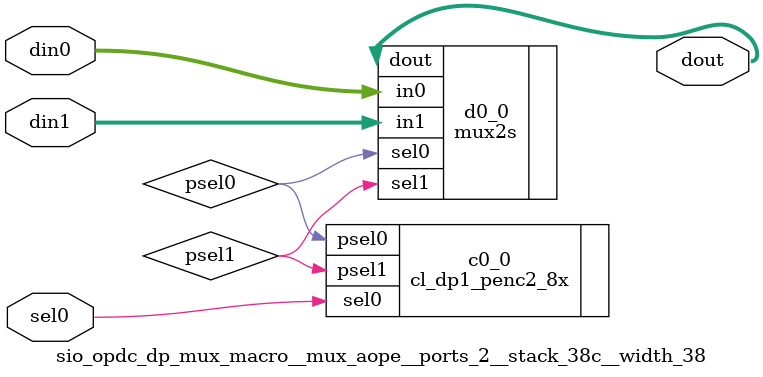
<source format=v>
module sio_opdc_dp (
  l2clk, 
  old0_opd_data, 
  old1_opd_data, 
  old2_opd_data, 
  old3_opd_data, 
  old4_opd_data, 
  old5_opd_data, 
  old6_opd_data, 
  old7_opd_data, 
  opcc_opdc_gnt0_opc0, 
  opcc_opdc_gnt2_opc0, 
  opcc_opdc_gnt4_opc0, 
  opcc_opdc_gnt6_opc0, 
  opcc_opdc_gnt01_opc1, 
  opcc_opdc_gnt45_opc1, 
  opcc_opdc_gnt0123_opc1, 
  olddq0_dout, 
  olddq1_dout, 
  olddq2_dout, 
  olddq3_dout, 
  olddq4_dout, 
  olddq5_dout, 
  olddq6_dout, 
  olddq7_dout, 
  sio_mb0_sel_l1, 
  sio_mb0_sel_l2, 
  opdc_bank_data_opc1, 
  read_data_top, 
  read_data_bot, 
  sio_mb1_run, 
  sio_mb1_wdata, 
  opdc_mb1bank_data_opc1, 
  opdc_mb1bank_parity_opc1, 
  sio_mb1_addr, 
  opcc_opddq00_wr_en, 
  opcc_opddq01_wr_en, 
  opcc_opddq10_wr_en, 
  opcc_opddq11_wr_en, 
  opcc_opdhq0_wr_en, 
  opcc_opdhq1_wr_en, 
  sio_mb1_opddq00_wr_en, 
  sio_mb1_opddq01_wr_en, 
  sio_mb1_opdhq0_wr_en, 
  sio_mb1_opddq10_wr_en, 
  sio_mb1_opddq11_wr_en, 
  sio_mb1_opdhq1_wr_en, 
  opdc_opddq00_wr_en, 
  opdc_opddq01_wr_en, 
  opdc_opdhq0_wr_en, 
  opdc_opddq10_wr_en, 
  opdc_opddq11_wr_en, 
  opdc_opdhq1_wr_en, 
  opcc_opddq00_wr_addr, 
  opcc_opddq01_wr_addr, 
  opcc_opdhq0_wr_addr, 
  opcc_opddq10_wr_addr, 
  opcc_opddq11_wr_addr, 
  opcc_opdhq1_wr_addr, 
  opdc_opddq00_wr_addr, 
  opdc_opddq01_wr_addr, 
  opdc_opdhq0_wr_addr, 
  opdc_opddq10_wr_addr, 
  opdc_opddq11_wr_addr, 
  opdc_opdhq1_wr_addr, 
  tcu_muxtest, 
  tcu_dectest, 
  tcu_scan_en, 
  scan_in, 
  tcu_aclk, 
  tcu_bclk, 
  tcu_pce_ov, 
  tcu_clk_stop, 
  scan_out);
wire muxtst;
wire test;
wire se;
wire siclk;
wire soclk;
wire pce_ov;
wire stop;
wire [63:0] bank_data_opc1;
wire [65:0] bank01_data_opc0;
wire [65:0] bank23_data_opc0;
wire [65:0] bank67_data_opc0;
wire [67:0] mb0_read_data_01;
wire [67:0] mb0_read_data_23;
wire [67:0] mb0_read_data_45;
wire [67:0] mb0_read_data_67;
wire [67:0] mb0_read_data_0145;
wire dff_mbist0145_data_h_scanin;
wire dff_mbist0145_data_h_scanout;
wire dff_mbist0145_data_l_scanin;
wire dff_mbist0145_data_l_scanout;
wire [67:0] mb0_read_data_2367;
wire dff_mbist2367_data_h_scanin;
wire dff_mbist2367_data_h_scanout;
wire dff_mbist2367_data_l_scanin;
wire dff_mbist2367_data_l_scanout;
wire dff_bank01_data_opc1_h_scanin;
wire dff_bank01_data_opc1_h_scanout;
wire [65:0] bank01_data_opc1;
wire dff_bank01_data_opc1_l_scanin;
wire dff_bank01_data_opc1_l_scanout;
wire dff_bank23_data_opc1_h_scanin;
wire dff_bank23_data_opc1_h_scanout;
wire [65:0] bank23_data_opc1;
wire dff_bank23_data_opc1_l_scanin;
wire dff_bank23_data_opc1_l_scanout;
wire dff_bank45_data_opc1_h_scanin;
wire dff_bank45_data_opc1_h_scanout;
wire [65:0] bank45_data_opc1;
wire dff_bank45_data_opc1_l_scanin;
wire dff_bank45_data_opc1_l_scanout;
wire dff_bank67_data_opc1_h_scanin;
wire dff_bank67_data_opc1_h_scanout;
wire [65:0] bank67_data_opc1;
wire dff_bank67_data_opc1_l_scanin;
wire dff_bank67_data_opc1_l_scanout;
wire [63:0] bank01_data_opc1_rw;
wire [63:0] bank23_data_opc1_rw;
wire [63:0] bank45_data_opc1_rw;
wire [63:0] bank67_data_opc1_rw;
wire [3:0] bank01_parity_opc1_pre;
wire [3:0] bank23_parity_opc1_pre;
wire [3:0] bank45_parity_opc1_pre;
wire [3:0] bank67_parity_opc1_pre;
wire [3:0] bank01_parity_opc1;
wire [3:0] bank23_parity_opc1;
wire [3:0] bank45_parity_opc1;
wire [3:0] bank67_parity_opc1;
wire [7:0] bank_parity_opc1;
wire [63:0] bankleft_data_opc1;
wire [63:0] bankright_data_opc1;
wire [3:0] sel_bank_parity;
wire not_opcc_opdc_gnt01_opc1;
wire not_opcc_opdc_gnt45_opc1;
wire not_opcc_opdc_gnt0123_opc1;


   input          l2clk;
   input  [64:0]  old0_opd_data;		//[66] [64] = ue , [63:0] = data
   input  [64:0]  old1_opd_data;
   input  [64:0]  old2_opd_data;
   input  [64:0]  old3_opd_data;
   input  [64:0]  old4_opd_data;
   input  [64:0]  old5_opd_data;
   input  [64:0]  old6_opd_data;
   input  [64:0]  old7_opd_data;
   input          opcc_opdc_gnt0_opc0;
   input          opcc_opdc_gnt2_opc0;
   input          opcc_opdc_gnt4_opc0;
   input          opcc_opdc_gnt6_opc0;
   input          opcc_opdc_gnt01_opc1;
   input          opcc_opdc_gnt45_opc1;
   input          opcc_opdc_gnt0123_opc1;
   
   input  [67:0]  olddq0_dout;
   input  [67:0]  olddq1_dout;
   input  [67:0]  olddq2_dout;
   input  [67:0]  olddq3_dout;
   input  [67:0]  olddq4_dout;
   input  [67:0]  olddq5_dout;
   input  [67:0]  olddq6_dout;
   input  [67:0]  olddq7_dout;
   input	  sio_mb0_sel_l1;
   input	  sio_mb0_sel_l2;

   output [63:0]  opdc_bank_data_opc1;
   output [67:0]  read_data_top;
   output [67:0]  read_data_bot;
//   output [7:0]   opdc_bank_parity_opc1;


   // for mb1
   // 2:1 mux between {opdc_bank_data_opc1[63:0], opdc_bank_parity_opc1[7:0]} and {9{sio_mb1_wdata[7:0]}}
   input 	  sio_mb1_run;
   input [7:0] 	  sio_mb1_wdata;

   output [63:0]  opdc_mb1bank_data_opc1;
   output [7:0]   opdc_mb1bank_parity_opc1;

   // for mb1 - mux between the wr_en, wr_addr
   input  [5:0]	      sio_mb1_addr;
   input 	      opcc_opddq00_wr_en;
   input 	      opcc_opddq01_wr_en;
   input 	      opcc_opddq10_wr_en;
   input 	      opcc_opddq11_wr_en;
   input 	      opcc_opdhq0_wr_en;
   input 	      opcc_opdhq1_wr_en;
   input 	      sio_mb1_opddq00_wr_en;
   input 	      sio_mb1_opddq01_wr_en;
   input 	      sio_mb1_opdhq0_wr_en;
   input 	      sio_mb1_opddq10_wr_en;
   input 	      sio_mb1_opddq11_wr_en;
   input 	      sio_mb1_opdhq1_wr_en;
   output 	      opdc_opddq00_wr_en;
   output 	      opdc_opddq01_wr_en;
   output 	      opdc_opdhq0_wr_en;   
   output 	      opdc_opddq10_wr_en;
   output 	      opdc_opddq11_wr_en;
   output 	      opdc_opdhq1_wr_en;   

   input  [5:0]	      opcc_opddq00_wr_addr;
   input  [5:0]	      opcc_opddq01_wr_addr;
   input  [3:0]	      opcc_opdhq0_wr_addr;
   input  [5:0]	      opcc_opddq10_wr_addr;
   input  [5:0]	      opcc_opddq11_wr_addr;
   input  [3:0]	      opcc_opdhq1_wr_addr;

   output [5:0]	      opdc_opddq00_wr_addr;
   output [5:0]	      opdc_opddq01_wr_addr;
   output [3:0]	      opdc_opdhq0_wr_addr;   
   output [5:0]	      opdc_opddq10_wr_addr;
   output [5:0]	      opdc_opddq11_wr_addr;
   output [3:0]	      opdc_opdhq1_wr_addr;   
   

   input 	  tcu_muxtest;
   input 	  tcu_dectest;
   input 	  tcu_scan_en;
   
   input 	scan_in;
   input 	tcu_aclk;
   input 	tcu_bclk; 
   input 	tcu_pce_ov;
   input 	tcu_clk_stop;
   output 	scan_out;

   ///////////////////////////////////////
   // Scan chain connections            
   ///////////////////////////////////////
   // scan renames
   assign 	  muxtst = tcu_muxtest;
   assign 	  test   = tcu_dectest;
   assign 	  se     = tcu_scan_en;

assign siclk = tcu_aclk;
assign soclk = tcu_bclk;
assign pce_ov = tcu_pce_ov;
assign stop = tcu_clk_stop;
   // end scan

	
   assign opdc_bank_data_opc1[63:0]   = bank_data_opc1[63:0];
//   assign opdc_bank_parity_opc1[7:0]  = bank_parity_opc1[7:0];


 wire [10:0] bank01_data_opc0_buf;
 wire [65:0] bank01_data_opc0_pre;
 wire  bank01_unused;
 wire  bank45_unused;
 wire [65:0] bank45_data_opc0_pre;
 wire [65:0] bank45_data_opc0;
 wire [16:0] bank45_data_opc0_buf;
 wire [17:0] bank67_data_opc0_buf;


   // level 1 -- opc0 stage

   sio_opdc_dp_mux_macro__mux_pgpe__ports_2__stack_66c__width_66  mx21_bank01_data     (
	.dout (bank01_data_opc0_pre[65:0]),
	.din0 ({1'b0, old0_opd_data[64:0]}),
	.din1 ({1'b0, old1_opd_data[64:0]}),
	.sel0 (opcc_opdc_gnt0_opc0)
	);

   sio_opdc_dp_buff_macro__minbuff_1__stack_2l__width_2  buf_mx21_bank01_data  (
                        .din ({bank01_data_opc0_pre[50], bank01_data_opc0_pre[48]}),
                        .dout ({bank01_data_opc0_buf[1:0]})
                        );

   assign bank01_data_opc0 = {bank01_data_opc0_pre[65:51],bank01_data_opc0_buf[1],bank01_data_opc0_pre[49],bank01_data_opc0_buf[0],bank01_data_opc0_pre[47:0]};

   sio_opdc_dp_mux_macro__mux_pgpe__ports_2__stack_66c__width_66  mx21_bank23_data     (
	.dout (bank23_data_opc0[65:0]),
	.din0 ({1'b0, old2_opd_data[64:0]}),
	.din1 ({1'b0, old3_opd_data[64:0]}),
	.sel0 (opcc_opdc_gnt2_opc0)
	);
								 
   sio_opdc_dp_mux_macro__mux_pgpe__ports_2__stack_66c__width_66  mx21_bank45_data     (
	.dout (bank45_data_opc0_pre[65:0]),
	.din0 ({1'b0, old4_opd_data[64:0]}),
	.din1 ({1'b0, old5_opd_data[64:0]}),
	.sel0 (opcc_opdc_gnt4_opc0)
	);

   sio_opdc_dp_buff_macro__minbuff_1__stack_12l__width_12  buf_mx21_bank45_data  (
     .din ({1'b0,bank45_data_opc0_pre[52],bank45_data_opc0_pre[48:46],bank45_data_opc0_pre[44:42],bank45_data_opc0_pre[39],bank45_data_opc0_pre[36],bank45_data_opc0_pre[33:32]}),
     .dout ({bank45_unused,bank45_data_opc0_buf[10:0]})
                        );
 
   assign bank45_data_opc0 = {bank45_data_opc0_pre[65:53],bank45_data_opc0_buf[10],bank45_data_opc0_pre[51:49],bank45_data_opc0_buf[9:7],bank45_data_opc0_pre[45],bank45_data_opc0_buf[6:4],bank45_data_opc0_pre[41:40],bank45_data_opc0_buf[3],bank45_data_opc0_pre[38:37],bank45_data_opc0_buf[2],bank45_data_opc0_pre[35:34],bank45_data_opc0_buf[1:0],bank45_data_opc0_pre[31:0]};
   
   sio_opdc_dp_mux_macro__mux_pgpe__ports_2__stack_66c__width_66  mx21_bank67_data     (
	.dout (bank67_data_opc0[65:0]),
	.din0 ({1'b0, old6_opd_data[64:0]}),
	.din1 ({1'b0, old7_opd_data[64:0]}),
	.sel0 (opcc_opdc_gnt6_opc0)
	);

   //-------------------------------
   // 		mbist muxes
   //-------------------------------
// Level one muxes
   sio_opdc_dp_mux_macro__dmux_16x__mux_pgpe__ports_2__stack_68c__width_68  mx21_mbist01_data      (
	.dout (mb0_read_data_01[67:0]),
	.din0 (olddq0_dout[67:0]),
	.din1 (olddq1_dout[67:0]),
	.sel0 (sio_mb0_sel_l1)
	);
								 
   sio_opdc_dp_mux_macro__dmux_16x__mux_pgpe__ports_2__stack_68c__width_68  mx21_mbist23_data      (
	.dout (mb0_read_data_23[67:0]),
	.din0 (olddq2_dout[67:0]),
	.din1 (olddq3_dout[67:0]),
	.sel0 (sio_mb0_sel_l1)
	);
								 
   sio_opdc_dp_mux_macro__dmux_16x__mux_pgpe__ports_2__stack_68c__width_68  mx21_mbist45_data      (
	.dout (mb0_read_data_45[67:0]),
	.din0 (olddq4_dout[67:0]),
	.din1 (olddq5_dout[67:0]),
	.sel0 (sio_mb0_sel_l1)
	);
								 
   sio_opdc_dp_mux_macro__dmux_16x__mux_pgpe__ports_2__stack_68c__width_68  mx21_mbist67_data      (
	.dout (mb0_read_data_67[67:0]),
	.din0 (olddq6_dout[67:0]),
	.din1 (olddq7_dout[67:0]),
	.sel0 (sio_mb0_sel_l1)
	);
								 
// Level 2
   sio_opdc_dp_mux_macro__dmux_16x__mux_pgpe__ports_2__stack_68c__width_68  mx21_mbist0145_data      (
	.dout (mb0_read_data_0145[67:0]),
	.din0 (mb0_read_data_01[67:0]),
	.din1 (mb0_read_data_45[67:0]),
	.sel0 (sio_mb0_sel_l2)
	);
								 
   sio_opdc_dp_msff_macro__stack_34l__width_34 dff_mbist0145_data_h   (
	.scan_in(dff_mbist0145_data_h_scanin),
	.scan_out(dff_mbist0145_data_h_scanout),
	.clk  (l2clk),
	.din  (mb0_read_data_0145[67:34]),
	.dout (read_data_top[67:34]),
	.en   (1'b1),
  .se(se),
  .siclk(siclk),
  .soclk(soclk),
  .pce_ov(pce_ov),
  .stop(stop)
	);
   
   sio_opdc_dp_msff_macro__stack_34l__width_34 dff_mbist0145_data_l   (
	.scan_in(dff_mbist0145_data_l_scanin),
	.scan_out(dff_mbist0145_data_l_scanout),
	.clk  (l2clk),
	.din  (mb0_read_data_0145[33:0]),
	.dout (read_data_top[33:0]),
	.en   (1'b1),
  .se(se),
  .siclk(siclk),
  .soclk(soclk),
  .pce_ov(pce_ov),
  .stop(stop)
	);
   
   sio_opdc_dp_mux_macro__dmux_16x__mux_pgpe__ports_2__stack_68c__width_68  mx21_mbist2367_data      (
	.dout (mb0_read_data_2367[67:0]),
	.din0 (mb0_read_data_23[67:0]),
	.din1 (mb0_read_data_67[67:0]),
	.sel0 (sio_mb0_sel_l2)
	);

   sio_opdc_dp_msff_macro__stack_34l__width_34 dff_mbist2367_data_h   (
	.scan_in(dff_mbist2367_data_h_scanin),
	.scan_out(dff_mbist2367_data_h_scanout),
	.clk  (l2clk),
	.din  (mb0_read_data_2367[67:34]),
	.dout (read_data_bot[67:34]),
	.en   (1'b1),
  .se(se),
  .siclk(siclk),
  .soclk(soclk),
  .pce_ov(pce_ov),
  .stop(stop)
	);
   
   sio_opdc_dp_msff_macro__stack_34l__width_34 dff_mbist2367_data_l   (
	.scan_in(dff_mbist2367_data_l_scanin),
	.scan_out(dff_mbist2367_data_l_scanout),
	.clk  (l2clk),
	.din  (mb0_read_data_2367[33:0]),
	.dout (read_data_bot[33:0]),
	.en   (1'b1),
  .se(se),
  .siclk(siclk),
  .soclk(soclk),
  .pce_ov(pce_ov),
  .stop(stop)
	);
   
   // DFF
   sio_opdc_dp_buff_macro__minbuff_1__stack_10l__width_10  buf_bank01_data_opc1_h0  (
     .din ({1'b0,bank01_data_opc0[58],bank01_data_opc0[54],bank01_data_opc0[52:51],bank01_data_opc0[47:46],bank01_data_opc0[38],bank01_data_opc0[36],bank01_data_opc0[32]}),
     .dout ({bank01_unused,bank01_data_opc0_buf[10:2]})
                        );
   sio_opdc_dp_msff_macro__stack_34l__width_34 dff_bank01_data_opc1_h   (
	.scan_in(dff_bank01_data_opc1_h_scanin),
	.scan_out(dff_bank01_data_opc1_h_scanout),
	.clk  (l2clk),
	.din  ({bank01_data_opc0[65:59],bank01_data_opc0_buf[10],bank01_data_opc0[57:55],bank01_data_opc0_buf[9],bank01_data_opc0[53],bank01_data_opc0_buf[8:7],bank01_data_opc0[50:48],bank01_data_opc0_buf[6:5],bank01_data_opc0[45:39],bank01_data_opc0_buf[4],bank01_data_opc0[37],bank01_data_opc0_buf[3],bank01_data_opc0[35:33],bank01_data_opc0_buf[2]}),
	.dout (bank01_data_opc1[65:32]),
	.en   (1'b1),
  .se(se),
  .siclk(siclk),
  .soclk(soclk),
  .pce_ov(pce_ov),
  .stop(stop)
	);
   
   sio_opdc_dp_msff_macro__stack_32l__width_32 dff_bank01_data_opc1_l   (
	.scan_in(dff_bank01_data_opc1_l_scanin),
	.scan_out(dff_bank01_data_opc1_l_scanout),
	.clk  (l2clk),
	.din  (bank01_data_opc0[31:0]),
	.dout (bank01_data_opc1[31:0]),
	.en   (1'b1),
  .se(se),
  .siclk(siclk),
  .soclk(soclk),
  .pce_ov(pce_ov),
  .stop(stop)
	);
   
   sio_opdc_dp_msff_macro__stack_34l__width_34 dff_bank23_data_opc1_h   (
	.scan_in(dff_bank23_data_opc1_h_scanin),
	.scan_out(dff_bank23_data_opc1_h_scanout),
	.clk  (l2clk),
	.din  (bank23_data_opc0[65:32]),
	.dout (bank23_data_opc1[65:32]),
	.en   (1'b1),
  .se(se),
  .siclk(siclk),
  .soclk(soclk),
  .pce_ov(pce_ov),
  .stop(stop)
	);
   
   sio_opdc_dp_msff_macro__stack_32l__width_32 dff_bank23_data_opc1_l   (
	.scan_in(dff_bank23_data_opc1_l_scanin),
	.scan_out(dff_bank23_data_opc1_l_scanout),
	.clk  (l2clk),
	.din  (bank23_data_opc0[31:0]),
	.dout (bank23_data_opc1[31:0]),
	.en   (1'b1),
  .se(se),
  .siclk(siclk),
  .soclk(soclk),
  .pce_ov(pce_ov),
  .stop(stop)
	);

   sio_opdc_dp_buff_macro__minbuff_1__stack_6l__width_6  buf_bank45_data_opc1_h  (
     .din ({bank45_data_opc0[61],bank45_data_opc0[59],bank45_data_opc0[55],bank45_data_opc0[51],bank45_data_opc0[38],bank45_data_opc0[34]}),
     .dout ({bank45_data_opc0_buf[16:11]})
                        );

   sio_opdc_dp_msff_macro__stack_34l__width_34 dff_bank45_data_opc1_h   (
	.scan_in(dff_bank45_data_opc1_h_scanin),
	.scan_out(dff_bank45_data_opc1_h_scanout),
	.clk  (l2clk),
	.din  ({bank45_data_opc0[65:62],bank45_data_opc0_buf[16],bank45_data_opc0[60],bank45_data_opc0_buf[15],bank45_data_opc0[58:56],bank45_data_opc0_buf[14],bank45_data_opc0[54:52],bank45_data_opc0_buf[13],bank45_data_opc0[50:39],bank45_data_opc0_buf[12],bank45_data_opc0[37:35],bank45_data_opc0_buf[11],bank45_data_opc0[33:32]}),
	.dout (bank45_data_opc1[65:32]),
	.en   (1'b1),
  .se(se),
  .siclk(siclk),
  .soclk(soclk),
  .pce_ov(pce_ov),
  .stop(stop)
	);
   
   sio_opdc_dp_msff_macro__stack_32l__width_32 dff_bank45_data_opc1_l   (
	.scan_in(dff_bank45_data_opc1_l_scanin),
	.scan_out(dff_bank45_data_opc1_l_scanout),
	.clk  (l2clk),
	.din  (bank45_data_opc0[31:0]),
	.dout (bank45_data_opc1[31:0]),
	.en   (1'b1),
  .se(se),
  .siclk(siclk),
  .soclk(soclk),
  .pce_ov(pce_ov),
  .stop(stop)
	);
   
   sio_opdc_dp_buff_macro__minbuff_1__stack_18l__width_18  buf_bank67_data_opc1_h  (
     .din ({bank67_data_opc0[56:55],bank67_data_opc0[52:50],bank67_data_opc0[48],bank67_data_opc0[46],bank67_data_opc0[43:38],bank67_data_opc0[36:32]}),
     .dout ({bank67_data_opc0_buf[17:0]})
                        );

   sio_opdc_dp_msff_macro__stack_34l__width_34 dff_bank67_data_opc1_h   (
	.scan_in(dff_bank67_data_opc1_h_scanin),
	.scan_out(dff_bank67_data_opc1_h_scanout),
	.clk  (l2clk),
	.din  ({bank67_data_opc0[65:57],bank67_data_opc0_buf[17:16],bank67_data_opc0[54:53],bank67_data_opc0_buf[15:13],bank67_data_opc0[49],bank67_data_opc0_buf[12],bank67_data_opc0[47],bank67_data_opc0_buf[11],bank67_data_opc0[45:44],bank67_data_opc0_buf[10:5],bank67_data_opc0[37],bank67_data_opc0_buf[4:0]}),
	.dout (bank67_data_opc1[65:32]),
	.en   (1'b1),
  .se(se),
  .siclk(siclk),
  .soclk(soclk),
  .pce_ov(pce_ov),
  .stop(stop)
	);
   
   sio_opdc_dp_msff_macro__stack_32l__width_32 dff_bank67_data_opc1_l   (
	.scan_in(dff_bank67_data_opc1_l_scanin),
	.scan_out(dff_bank67_data_opc1_l_scanout),
	.clk  (l2clk),
	.din  (bank67_data_opc0[31:0]),
	.dout (bank67_data_opc1[31:0]),
	.en   (1'b1),
  .se(se),
  .siclk(siclk),
  .soclk(soclk),
  .pce_ov(pce_ov),
  .stop(stop)
	);
   
// rewired data from flop output above
// INTERLEAVED PARITY CODE
//
// pgenx

   assign bank01_data_opc1_rw[63:0] = {
                                         bank01_data_opc1[63], bank01_data_opc1[61], bank01_data_opc1[59], bank01_data_opc1[57],
                                         bank01_data_opc1[55], bank01_data_opc1[53], bank01_data_opc1[51], bank01_data_opc1[49],
                                         bank01_data_opc1[47], bank01_data_opc1[45], bank01_data_opc1[43], bank01_data_opc1[41],
                                         bank01_data_opc1[39], bank01_data_opc1[37], bank01_data_opc1[35], bank01_data_opc1[33],

                                         bank01_data_opc1[62], bank01_data_opc1[60], bank01_data_opc1[58], bank01_data_opc1[56],
                                         bank01_data_opc1[54], bank01_data_opc1[52], bank01_data_opc1[50], bank01_data_opc1[48],
                                         bank01_data_opc1[46], bank01_data_opc1[44], bank01_data_opc1[42], bank01_data_opc1[40],
                                         bank01_data_opc1[38], bank01_data_opc1[36], bank01_data_opc1[34], bank01_data_opc1[32],

                                         bank01_data_opc1[31], bank01_data_opc1[29], bank01_data_opc1[27], bank01_data_opc1[25],
                                         bank01_data_opc1[23], bank01_data_opc1[21], bank01_data_opc1[19], bank01_data_opc1[17],
                                         bank01_data_opc1[15], bank01_data_opc1[13], bank01_data_opc1[11], bank01_data_opc1[ 9],
                                         bank01_data_opc1[ 7], bank01_data_opc1[ 5], bank01_data_opc1[ 3], bank01_data_opc1[ 1],

                                         bank01_data_opc1[30], bank01_data_opc1[28], bank01_data_opc1[26], bank01_data_opc1[24],
                                         bank01_data_opc1[22], bank01_data_opc1[20], bank01_data_opc1[18], bank01_data_opc1[16],
                                         bank01_data_opc1[14], bank01_data_opc1[12], bank01_data_opc1[10], bank01_data_opc1[ 8],
                                         bank01_data_opc1[ 6], bank01_data_opc1[ 4], bank01_data_opc1[ 2], bank01_data_opc1[ 0]
                                         };

   assign bank23_data_opc1_rw[63:0] = {
                                         bank23_data_opc1[63], bank23_data_opc1[61], bank23_data_opc1[59], bank23_data_opc1[57],
                                         bank23_data_opc1[55], bank23_data_opc1[53], bank23_data_opc1[51], bank23_data_opc1[49],
                                         bank23_data_opc1[47], bank23_data_opc1[45], bank23_data_opc1[43], bank23_data_opc1[41],
                                         bank23_data_opc1[39], bank23_data_opc1[37], bank23_data_opc1[35], bank23_data_opc1[33],

                                         bank23_data_opc1[62], bank23_data_opc1[60], bank23_data_opc1[58], bank23_data_opc1[56],
                                         bank23_data_opc1[54], bank23_data_opc1[52], bank23_data_opc1[50], bank23_data_opc1[48],
                                         bank23_data_opc1[46], bank23_data_opc1[44], bank23_data_opc1[42], bank23_data_opc1[40],
                                         bank23_data_opc1[38], bank23_data_opc1[36], bank23_data_opc1[34], bank23_data_opc1[32],

                                         bank23_data_opc1[31], bank23_data_opc1[29], bank23_data_opc1[27], bank23_data_opc1[25],
                                         bank23_data_opc1[23], bank23_data_opc1[21], bank23_data_opc1[19], bank23_data_opc1[17],
                                         bank23_data_opc1[15], bank23_data_opc1[13], bank23_data_opc1[11], bank23_data_opc1[ 9],
                                         bank23_data_opc1[ 7], bank23_data_opc1[ 5], bank23_data_opc1[ 3], bank23_data_opc1[ 1],

                                         bank23_data_opc1[30], bank23_data_opc1[28], bank23_data_opc1[26], bank23_data_opc1[24],
                                         bank23_data_opc1[22], bank23_data_opc1[20], bank23_data_opc1[18], bank23_data_opc1[16],
                                         bank23_data_opc1[14], bank23_data_opc1[12], bank23_data_opc1[10], bank23_data_opc1[ 8],
                                         bank23_data_opc1[ 6], bank23_data_opc1[ 4], bank23_data_opc1[ 2], bank23_data_opc1[ 0]
                                         };

   assign bank45_data_opc1_rw[63:0] = {
                                         bank45_data_opc1[63], bank45_data_opc1[61], bank45_data_opc1[59], bank45_data_opc1[57],
                                         bank45_data_opc1[55], bank45_data_opc1[53], bank45_data_opc1[51], bank45_data_opc1[49],
                                         bank45_data_opc1[47], bank45_data_opc1[45], bank45_data_opc1[43], bank45_data_opc1[41],
                                         bank45_data_opc1[39], bank45_data_opc1[37], bank45_data_opc1[35], bank45_data_opc1[33],

                                         bank45_data_opc1[62], bank45_data_opc1[60], bank45_data_opc1[58], bank45_data_opc1[56],
                                         bank45_data_opc1[54], bank45_data_opc1[52], bank45_data_opc1[50], bank45_data_opc1[48],
                                         bank45_data_opc1[46], bank45_data_opc1[44], bank45_data_opc1[42], bank45_data_opc1[40],
                                         bank45_data_opc1[38], bank45_data_opc1[36], bank45_data_opc1[34], bank45_data_opc1[32],

                                         bank45_data_opc1[31], bank45_data_opc1[29], bank45_data_opc1[27], bank45_data_opc1[25],
                                         bank45_data_opc1[23], bank45_data_opc1[21], bank45_data_opc1[19], bank45_data_opc1[17],
                                         bank45_data_opc1[15], bank45_data_opc1[13], bank45_data_opc1[11], bank45_data_opc1[ 9],
                                         bank45_data_opc1[ 7], bank45_data_opc1[ 5], bank45_data_opc1[ 3], bank45_data_opc1[ 1],

                                         bank45_data_opc1[30], bank45_data_opc1[28], bank45_data_opc1[26], bank45_data_opc1[24],
                                         bank45_data_opc1[22], bank45_data_opc1[20], bank45_data_opc1[18], bank45_data_opc1[16],
                                         bank45_data_opc1[14], bank45_data_opc1[12], bank45_data_opc1[10], bank45_data_opc1[ 8],
                                         bank45_data_opc1[ 6], bank45_data_opc1[ 4], bank45_data_opc1[ 2], bank45_data_opc1[ 0]
                                         };

   assign bank67_data_opc1_rw[63:0] = {
                                         bank67_data_opc1[63], bank67_data_opc1[61], bank67_data_opc1[59], bank67_data_opc1[57],
                                         bank67_data_opc1[55], bank67_data_opc1[53], bank67_data_opc1[51], bank67_data_opc1[49],
                                         bank67_data_opc1[47], bank67_data_opc1[45], bank67_data_opc1[43], bank67_data_opc1[41],
                                         bank67_data_opc1[39], bank67_data_opc1[37], bank67_data_opc1[35], bank67_data_opc1[33],

                                         bank67_data_opc1[62], bank67_data_opc1[60], bank67_data_opc1[58], bank67_data_opc1[56],
                                         bank67_data_opc1[54], bank67_data_opc1[52], bank67_data_opc1[50], bank67_data_opc1[48],
                                         bank67_data_opc1[46], bank67_data_opc1[44], bank67_data_opc1[42], bank67_data_opc1[40],
                                         bank67_data_opc1[38], bank67_data_opc1[36], bank67_data_opc1[34], bank67_data_opc1[32],

                                         bank67_data_opc1[31], bank67_data_opc1[29], bank67_data_opc1[27], bank67_data_opc1[25],
                                         bank67_data_opc1[23], bank67_data_opc1[21], bank67_data_opc1[19], bank67_data_opc1[17],
                                         bank67_data_opc1[15], bank67_data_opc1[13], bank67_data_opc1[11], bank67_data_opc1[ 9],
                                         bank67_data_opc1[ 7], bank67_data_opc1[ 5], bank67_data_opc1[ 3], bank67_data_opc1[ 1],

                                         bank67_data_opc1[30], bank67_data_opc1[28], bank67_data_opc1[26], bank67_data_opc1[24],
                                         bank67_data_opc1[22], bank67_data_opc1[20], bank67_data_opc1[18], bank67_data_opc1[16],
                                         bank67_data_opc1[14], bank67_data_opc1[12], bank67_data_opc1[10], bank67_data_opc1[ 8],
                                         bank67_data_opc1[ 6], bank67_data_opc1[ 4], bank67_data_opc1[ 2], bank67_data_opc1[ 0]
                                         };
   // level 2 -- opc1 stage


   //bank01 parity
   sio_opdc_dp_prty_macro__width_16 prty_bank01_parity3  (
	.din  (bank01_data_opc1_rw[63:48]),
	.dout (bank01_parity_opc1_pre[3])
        );
					     
   sio_opdc_dp_prty_macro__width_16 prty_bank01_parity2  (
	.din  (bank01_data_opc1_rw[47:32]),
	.dout (bank01_parity_opc1_pre[2])
        );
					     
   sio_opdc_dp_prty_macro__width_16 prty_bank01_parity1  (
	.din  (bank01_data_opc1_rw[31:16]),
	.dout (bank01_parity_opc1_pre[1])
        );
					     
   sio_opdc_dp_prty_macro__width_16 prty_bank01_parity0  (
	.din  (bank01_data_opc1_rw[15:0]),
	.dout (bank01_parity_opc1_pre[0])
        );
					     
   //bank23 parity
   sio_opdc_dp_prty_macro__width_16 prty_bank23_parity3  (
	.din  (bank23_data_opc1_rw[63:48]),
	.dout (bank23_parity_opc1_pre[3])
        );
					     
   sio_opdc_dp_prty_macro__width_16 prty_bank23_parity2  (
	.din  (bank23_data_opc1_rw[47:32]),
	.dout (bank23_parity_opc1_pre[2])
        );
					     
   sio_opdc_dp_prty_macro__width_16 prty_bank23_parity1  (
	.din  (bank23_data_opc1_rw[31:16]),
	.dout (bank23_parity_opc1_pre[1])
        );
					     
   sio_opdc_dp_prty_macro__width_16 prty_bank23_parity0  (
	.din  (bank23_data_opc1_rw[15:0]),
	.dout (bank23_parity_opc1_pre[0])
        );
					     
   //bank45 parity
   sio_opdc_dp_prty_macro__width_16 prty_bank45_parity3  (
	.din  (bank45_data_opc1_rw[63:48]),
	.dout (bank45_parity_opc1_pre[3])
        );
					     
   sio_opdc_dp_prty_macro__width_16 prty_bank45_parity2  (
	.din  (bank45_data_opc1_rw[47:32]),
	.dout (bank45_parity_opc1_pre[2])
        );
					     
   sio_opdc_dp_prty_macro__width_16 prty_bank45_parity1  (
	.din  (bank45_data_opc1_rw[31:16]),
	.dout (bank45_parity_opc1_pre[1])
        );
					     
   sio_opdc_dp_prty_macro__width_16 prty_bank45_parity0  (
	.din  (bank45_data_opc1_rw[15:0]),
	.dout (bank45_parity_opc1_pre[0])
        );
					     
   //bank67 parity
   sio_opdc_dp_prty_macro__width_16 prty_bank67_parity3  (
	.din  (bank67_data_opc1_rw[63:48]),
	.dout (bank67_parity_opc1_pre[3])
        );
					     
   sio_opdc_dp_prty_macro__width_16 prty_bank67_parity2  (
	.din  (bank67_data_opc1_rw[47:32]),
	.dout (bank67_parity_opc1_pre[2])
        );
					     
   sio_opdc_dp_prty_macro__width_16 prty_bank67_parity1  (
	.din  (bank67_data_opc1_rw[31:16]),
	.dout (bank67_parity_opc1_pre[1])
        );
					     
   sio_opdc_dp_prty_macro__width_16 prty_bank67_parity0  (
	.din  (bank67_data_opc1_rw[15:0]),
	.dout (bank67_parity_opc1_pre[0])
        );

//-----------------------------------------------------------------------------------				 
//	Parity bits flip for ue error	
//-----------------------------------------------------------------------------------				 
   sio_opdc_dp_xor_macro__width_4 bank01_parity_ue  (
	.din0 (bank01_parity_opc1_pre[3:0]),
	.din1 ({4{bank01_data_opc1[64]}}),
	.dout (bank01_parity_opc1[3:0])
	);
	
   sio_opdc_dp_xor_macro__width_4 bank23_parity_ue  (
	.din0 (bank23_parity_opc1_pre[3:0]),
	.din1 ({4{bank23_data_opc1[64]}}),
	.dout (bank23_parity_opc1[3:0])
	);
	
   sio_opdc_dp_xor_macro__width_4 bank45_parity_ue  (
	.din0 (bank45_parity_opc1_pre[3:0]),
	.din1 ({4{bank45_data_opc1[64]}}),
	.dout (bank45_parity_opc1[3:0])
	);
	
   sio_opdc_dp_xor_macro__width_4 bank67_parity_ue  (
	.din0 (bank67_parity_opc1_pre[3:0]),
	.din1 ({4{bank67_data_opc1[64]}}),
	.dout (bank67_parity_opc1[3:0])
	);
	
   assign bank_parity_opc1[7:4] = bank_parity_opc1[3:0];

   sio_opdc_dp_mux_macro__mux_pgpe__ports_2__stack_64c__width_64  mx21_bankleft_data     (
	.dout (bankleft_data_opc1[63:0]),
	.din0 (bank01_data_opc1[63:0]),
	.din1 (bank23_data_opc1[63:0]),
	.sel0 (opcc_opdc_gnt01_opc1)
	);
								 
   sio_opdc_dp_mux_macro__mux_pgpe__ports_2__stack_64c__width_64  mx21_bankright_data     (
	.dout (bankright_data_opc1[63:0]),
	.din0 (bank45_data_opc1[63:0]),
	.din1 (bank67_data_opc1[63:0]),
	.sel0 (opcc_opdc_gnt45_opc1)
	);
//-----------------------------------------------------------------------------------				 
//	Timing fix to combine bankright_parity , bankleft_parity and bankparity muxes
//-----------------------------------------------------------------------------------				 
//  mux_macro  mx21_bankleft_parity (width=4, stack=4c, mux=pgpe, ports=2) (
//	.dout (bankleft_parity_opc1[3:0]),
//	.din0 (bank01_parity_opc1[3:0]),
//	.din1 (bank23_parity_opc1[3:0]),
//	.sel0 (opcc_opdc_gnt01_opc1)
//	);
								 
//   mux_macro  mx21_bankright_parity (width=4, stack=4c, mux=pgpe, ports=2) (
//	.dout (bankright_parity_opc1[3:0]),
//	.din0 (bank45_parity_opc1[3:0]),
//	.din1 (bank67_parity_opc1[3:0]),
//	.sel0 (opcc_opdc_gnt45_opc1)
//	);
								 
//   mux_macro  mx21_bank_parity (width=4, stack=4c, mux=pgpe, ports=2) (
//	.dout (bank_parity_opc1[3:0]),
//	.din0 (bankleft_parity_opc1[3:0]),
//	.din1 (bankright_parity_opc1[3:0]),
//	.sel0 (opcc_opdc_gnt0123_opc1)
//	);

   sio_opdc_dp_mux_macro__mux_pgnpe__ports_4__stack_4c__width_4  mx21_bank_parity     (
	.dout (bank_parity_opc1[3:0]),
	.din3 (bank01_parity_opc1[3:0]),
	.din2 (bank23_parity_opc1[3:0]),
	.din1 (bank45_parity_opc1[3:0]),
	.din0 (bank67_parity_opc1[3:0]),
	.sel3 (sel_bank_parity[3]),
	.sel2 (sel_bank_parity[2]),
	.sel1 (sel_bank_parity[1]),
	.sel0 (sel_bank_parity[0]),
  .muxtst(muxtst)
	);

sio_opdc_dp_inv_macro__width_3 inv_sel_bank_parity   
                        (
                        .din ({opcc_opdc_gnt01_opc1, opcc_opdc_gnt45_opc1, opcc_opdc_gnt0123_opc1}),
                        .dout ({not_opcc_opdc_gnt01_opc1, not_opcc_opdc_gnt45_opc1, 
				not_opcc_opdc_gnt0123_opc1})
                        );

sio_opdc_dp_and_macro__left_0__ports_2__stack_4r__width_4 and_left_right_4567     
                        (
                        .din0 ({opcc_opdc_gnt0123_opc1,opcc_opdc_gnt0123_opc1,
				not_opcc_opdc_gnt0123_opc1, not_opcc_opdc_gnt0123_opc1}),
                        .din1 ({opcc_opdc_gnt01_opc1, not_opcc_opdc_gnt01_opc1,
				opcc_opdc_gnt45_opc1, not_opcc_opdc_gnt45_opc1}),
                        .dout (sel_bank_parity[3:0])
                        );




//-----------------------------------------------------------------------------------				 
//	End - Timing fix to combine bankright_parity , bankleft_parity and bankparity muxes
//-----------------------------------------------------------------------------------				 

   // level 3 -- opc1 stage
   sio_opdc_dp_mux_macro__mux_pgpe__ports_2__stack_64c__width_64  mx21_bank_data     (
	.dout (bank_data_opc1[63:0]),
	.din0 (bankleft_data_opc1[63:0]),
	.din1 (bankright_data_opc1[63:0]),
	.sel0 (opcc_opdc_gnt0123_opc1)
	);
								 
   // for mb1 

    sio_opdc_dp_mux_macro__dmux_8x__mux_pgpe__ports_2__stack_72c__width_72  mx21_mb1bank_dataparity      (
       .dout ({opdc_mb1bank_data_opc1[63:0], opdc_mb1bank_parity_opc1[7:0]}),
       .din0 ({9{sio_mb1_wdata[7:0]}}),
       .din1 ({bank_data_opc1[63:0], bank_parity_opc1[7:0]}),
	.sel0 (sio_mb1_run)
	);

   // for mb1 -- 2:1 mux of opcc_x or mb1_x -> opdc_x
   // width = 38 = 2x19 = 2x (3 (wr_ens) + 12 (dqx_wr_addr) + 4 (hq_wr_addr))
   // 
   sio_opdc_dp_mux_macro__mux_aope__ports_2__stack_38c__width_38  mx21_mbist_write_controls     (
	.dout ({opdc_opddq00_wr_addr[5:0], opdc_opddq01_wr_addr[5:0], opdc_opdhq0_wr_addr[3:0],
		opdc_opddq00_wr_en, opdc_opddq01_wr_en, opdc_opdhq0_wr_en, 
		opdc_opddq10_wr_addr[5:0], opdc_opddq11_wr_addr[5:0], opdc_opdhq1_wr_addr[3:0],
		opdc_opddq10_wr_en, opdc_opddq11_wr_en, opdc_opdhq1_wr_en}),

	.din0 ({sio_mb1_addr[5:0], sio_mb1_addr[5:0], sio_mb1_addr[3:0],
		sio_mb1_opddq00_wr_en, sio_mb1_opddq01_wr_en, sio_mb1_opdhq0_wr_en,
		sio_mb1_addr[5:0], sio_mb1_addr[5:0], sio_mb1_addr[3:0],
		sio_mb1_opddq10_wr_en, sio_mb1_opddq11_wr_en, sio_mb1_opdhq1_wr_en}),

	.din1 ({opcc_opddq00_wr_addr[5:0], opcc_opddq01_wr_addr[5:0], opcc_opdhq0_wr_addr[3:0],
		opcc_opddq00_wr_en, opcc_opddq01_wr_en, opcc_opdhq0_wr_en,
		opcc_opddq10_wr_addr[5:0], opcc_opddq11_wr_addr[5:0], opcc_opdhq1_wr_addr[3:0],
		opcc_opddq10_wr_en, opcc_opddq11_wr_en, opcc_opdhq1_wr_en}),
										  
	.sel0 (sio_mb1_run)
	);


// fixscan start:
assign dff_mbist0145_data_h_scanin = scan_in                  ;
assign dff_mbist0145_data_l_scanin = dff_mbist0145_data_h_scanout;
assign dff_mbist2367_data_h_scanin = dff_mbist0145_data_l_scanout;
assign dff_mbist2367_data_l_scanin = dff_mbist2367_data_h_scanout;
assign dff_bank01_data_opc1_h_scanin = dff_mbist2367_data_l_scanout;
assign dff_bank01_data_opc1_l_scanin = dff_bank01_data_opc1_h_scanout;
assign dff_bank23_data_opc1_h_scanin = dff_bank01_data_opc1_l_scanout;
assign dff_bank23_data_opc1_l_scanin = dff_bank23_data_opc1_h_scanout;
assign dff_bank45_data_opc1_h_scanin = dff_bank23_data_opc1_l_scanout;
assign dff_bank45_data_opc1_l_scanin = dff_bank45_data_opc1_h_scanout;
assign dff_bank67_data_opc1_h_scanin = dff_bank45_data_opc1_l_scanout;
assign dff_bank67_data_opc1_l_scanin = dff_bank67_data_opc1_h_scanout;
assign scan_out                  = dff_bank67_data_opc1_l_scanout;
// fixscan end:
endmodule // sio_opdc_dp


// general mux macro for pass-gate and and-or muxes with/wout priority encoders
// also for pass-gate with decoder





// any PARAMS parms go into naming of macro

module sio_opdc_dp_mux_macro__mux_pgpe__ports_2__stack_66c__width_66 (
  din0, 
  din1, 
  sel0, 
  dout);
wire psel0_unused;
wire psel1;

  input [65:0] din0;
  input [65:0] din1;
  input sel0;
  output [65:0] dout;





cl_dp1_penc2_8x  c0_0 (
 .sel0(sel0),
 .psel0(psel0_unused),
 .psel1(psel1)
);

mux2e #(66)  d0_0 (
  .sel(psel1),
  .in0(din0[65:0]),
  .in1(din1[65:0]),
.dout(dout[65:0])
);









  



endmodule


//
//   buff macro
//
//





module sio_opdc_dp_buff_macro__minbuff_1__stack_2l__width_2 (
  din, 
  dout);
  input [1:0] din;
  output [1:0] dout;






buff #(2)  d0_0 (
.in(din[1:0]),
.out(dout[1:0])
);








endmodule





//
//   buff macro
//
//





module sio_opdc_dp_buff_macro__minbuff_1__stack_12l__width_12 (
  din, 
  dout);
  input [11:0] din;
  output [11:0] dout;






buff #(12)  d0_0 (
.in(din[11:0]),
.out(dout[11:0])
);








endmodule





// general mux macro for pass-gate and and-or muxes with/wout priority encoders
// also for pass-gate with decoder





// any PARAMS parms go into naming of macro

module sio_opdc_dp_mux_macro__dmux_16x__mux_pgpe__ports_2__stack_68c__width_68 (
  din0, 
  din1, 
  sel0, 
  dout);
wire psel0_unused;
wire psel1;

  input [67:0] din0;
  input [67:0] din1;
  input sel0;
  output [67:0] dout;





cl_dp1_penc2_8x  c0_0 (
 .sel0(sel0),
 .psel0(psel0_unused),
 .psel1(psel1)
);

mux2e #(68)  d0_0 (
  .sel(psel1),
  .in0(din0[67:0]),
  .in1(din1[67:0]),
.dout(dout[67:0])
);









  



endmodule






// any PARAMS parms go into naming of macro

module sio_opdc_dp_msff_macro__stack_34l__width_34 (
  din, 
  clk, 
  en, 
  se, 
  scan_in, 
  siclk, 
  soclk, 
  pce_ov, 
  stop, 
  dout, 
  scan_out);
wire l1clk;
wire siclk_out;
wire soclk_out;
wire [32:0] so;

  input [33:0] din;


  input clk;
  input en;
  input se;
  input scan_in;
  input siclk;
  input soclk;
  input pce_ov;
  input stop;



  output [33:0] dout;


  output scan_out;




cl_dp1_l1hdr_8x c0_0 (
.l2clk(clk),
.pce(en),
.aclk(siclk),
.bclk(soclk),
.l1clk(l1clk),
  .se(se),
  .pce_ov(pce_ov),
  .stop(stop),
  .siclk_out(siclk_out),
  .soclk_out(soclk_out)
);
dff #(34)  d0_0 (
.l1clk(l1clk),
.siclk(siclk_out),
.soclk(soclk_out),
.d(din[33:0]),
.si({scan_in,so[32:0]}),
.so({so[32:0],scan_out}),
.q(dout[33:0])
);




















endmodule









//
//   buff macro
//
//





module sio_opdc_dp_buff_macro__minbuff_1__stack_10l__width_10 (
  din, 
  dout);
  input [9:0] din;
  output [9:0] dout;






buff #(10)  d0_0 (
.in(din[9:0]),
.out(dout[9:0])
);








endmodule









// any PARAMS parms go into naming of macro

module sio_opdc_dp_msff_macro__stack_32l__width_32 (
  din, 
  clk, 
  en, 
  se, 
  scan_in, 
  siclk, 
  soclk, 
  pce_ov, 
  stop, 
  dout, 
  scan_out);
wire l1clk;
wire siclk_out;
wire soclk_out;
wire [30:0] so;

  input [31:0] din;


  input clk;
  input en;
  input se;
  input scan_in;
  input siclk;
  input soclk;
  input pce_ov;
  input stop;



  output [31:0] dout;


  output scan_out;




cl_dp1_l1hdr_8x c0_0 (
.l2clk(clk),
.pce(en),
.aclk(siclk),
.bclk(soclk),
.l1clk(l1clk),
  .se(se),
  .pce_ov(pce_ov),
  .stop(stop),
  .siclk_out(siclk_out),
  .soclk_out(soclk_out)
);
dff #(32)  d0_0 (
.l1clk(l1clk),
.siclk(siclk_out),
.soclk(soclk_out),
.d(din[31:0]),
.si({scan_in,so[30:0]}),
.so({so[30:0],scan_out}),
.q(dout[31:0])
);




















endmodule









//
//   buff macro
//
//





module sio_opdc_dp_buff_macro__minbuff_1__stack_6l__width_6 (
  din, 
  dout);
  input [5:0] din;
  output [5:0] dout;






buff #(6)  d0_0 (
.in(din[5:0]),
.out(dout[5:0])
);








endmodule





//
//   buff macro
//
//





module sio_opdc_dp_buff_macro__minbuff_1__stack_18l__width_18 (
  din, 
  dout);
  input [17:0] din;
  output [17:0] dout;






buff #(18)  d0_0 (
.in(din[17:0]),
.out(dout[17:0])
);








endmodule





//
//   parity macro (even parity)
//
//





module sio_opdc_dp_prty_macro__width_16 (
  din, 
  dout);
  input [15:0] din;
  output dout;







prty #(16)  m0_0 (
.in(din[15:0]),
.out(dout)
);










endmodule





//
//   xor macro for ports = 2,3
//
//





module sio_opdc_dp_xor_macro__width_4 (
  din0, 
  din1, 
  dout);
  input [3:0] din0;
  input [3:0] din1;
  output [3:0] dout;





xor2 #(4)  d0_0 (
.in0(din0[3:0]),
.in1(din1[3:0]),
.out(dout[3:0])
);








endmodule





// general mux macro for pass-gate and and-or muxes with/wout priority encoders
// also for pass-gate with decoder





// any PARAMS parms go into naming of macro

module sio_opdc_dp_mux_macro__mux_pgpe__ports_2__stack_64c__width_64 (
  din0, 
  din1, 
  sel0, 
  dout);
wire psel0_unused;
wire psel1;

  input [63:0] din0;
  input [63:0] din1;
  input sel0;
  output [63:0] dout;





cl_dp1_penc2_8x  c0_0 (
 .sel0(sel0),
 .psel0(psel0_unused),
 .psel1(psel1)
);

mux2e #(64)  d0_0 (
  .sel(psel1),
  .in0(din0[63:0]),
  .in1(din1[63:0]),
.dout(dout[63:0])
);









  



endmodule


// general mux macro for pass-gate and and-or muxes with/wout priority encoders
// also for pass-gate with decoder





// any PARAMS parms go into naming of macro

module sio_opdc_dp_mux_macro__mux_pgnpe__ports_4__stack_4c__width_4 (
  din0, 
  sel0, 
  din1, 
  sel1, 
  din2, 
  sel2, 
  din3, 
  sel3, 
  muxtst, 
  dout);
wire buffout0;
wire buffout1;
wire buffout2;
wire buffout3;

  input [3:0] din0;
  input sel0;
  input [3:0] din1;
  input sel1;
  input [3:0] din2;
  input sel2;
  input [3:0] din3;
  input sel3;
  input muxtst;
  output [3:0] dout;





cl_dp1_muxbuff4_8x  c0_0 (
 .in0(sel0),
 .in1(sel1),
 .in2(sel2),
 .in3(sel3),
 .out0(buffout0),
 .out1(buffout1),
 .out2(buffout2),
 .out3(buffout3)
);
mux4 #(4)  d0_0 (
  .sel0(buffout0),
  .sel1(buffout1),
  .sel2(buffout2),
  .sel3(buffout3),
  .in0(din0[3:0]),
  .in1(din1[3:0]),
  .in2(din2[3:0]),
  .in3(din3[3:0]),
.dout(dout[3:0]),
  .muxtst(muxtst)
);









  



endmodule


//
//   invert macro
//
//





module sio_opdc_dp_inv_macro__width_3 (
  din, 
  dout);
  input [2:0] din;
  output [2:0] dout;






inv #(3)  d0_0 (
.in(din[2:0]),
.out(dout[2:0])
);









endmodule





//  
//   and macro for ports = 2,3,4
//
//





module sio_opdc_dp_and_macro__left_0__ports_2__stack_4r__width_4 (
  din0, 
  din1, 
  dout);
  input [3:0] din0;
  input [3:0] din1;
  output [3:0] dout;






and2 #(4)  d0_0 (
.in0(din0[3:0]),
.in1(din1[3:0]),
.out(dout[3:0])
);









endmodule





// general mux macro for pass-gate and and-or muxes with/wout priority encoders
// also for pass-gate with decoder





// any PARAMS parms go into naming of macro

module sio_opdc_dp_mux_macro__dmux_8x__mux_pgpe__ports_2__stack_72c__width_72 (
  din0, 
  din1, 
  sel0, 
  dout);
wire psel0_unused;
wire psel1;

  input [71:0] din0;
  input [71:0] din1;
  input sel0;
  output [71:0] dout;





cl_dp1_penc2_8x  c0_0 (
 .sel0(sel0),
 .psel0(psel0_unused),
 .psel1(psel1)
);

mux2e #(72)  d0_0 (
  .sel(psel1),
  .in0(din0[71:0]),
  .in1(din1[71:0]),
.dout(dout[71:0])
);









  



endmodule


// general mux macro for pass-gate and and-or muxes with/wout priority encoders
// also for pass-gate with decoder





// any PARAMS parms go into naming of macro

module sio_opdc_dp_mux_macro__mux_aope__ports_2__stack_38c__width_38 (
  din0, 
  din1, 
  sel0, 
  dout);
wire psel0;
wire psel1;

  input [37:0] din0;
  input [37:0] din1;
  input sel0;
  output [37:0] dout;





cl_dp1_penc2_8x  c0_0 (
 .sel0(sel0),
 .psel0(psel0),
 .psel1(psel1)
);

mux2s #(38)  d0_0 (
  .sel0(psel0),
  .sel1(psel1),
  .in0(din0[37:0]),
  .in1(din1[37:0]),
.dout(dout[37:0])
);









  



endmodule


</source>
